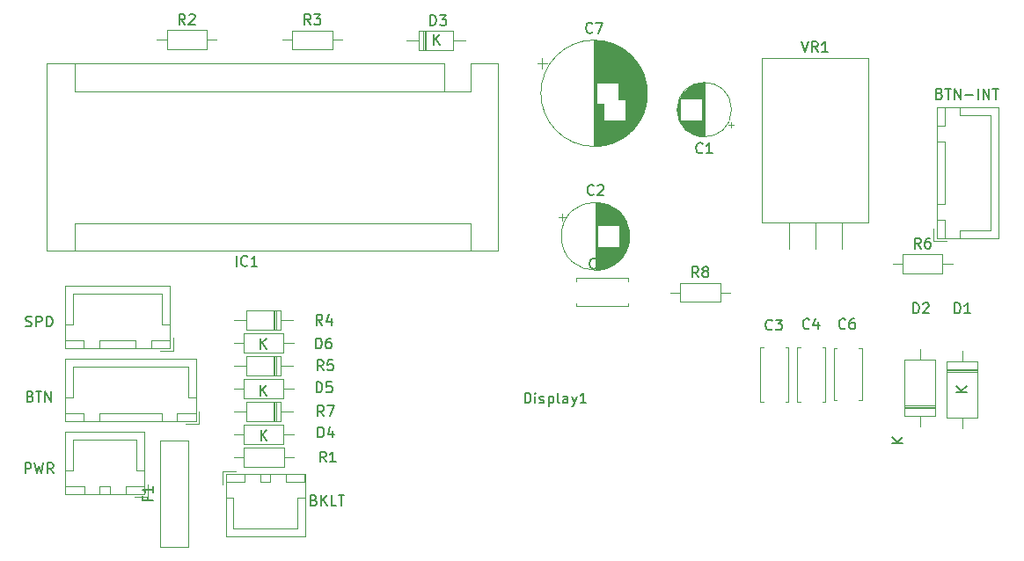
<source format=gbr>
G04 #@! TF.GenerationSoftware,KiCad,Pcbnew,(5.1.6-0-10_14)*
G04 #@! TF.CreationDate,2020-07-17T21:00:32+10:00*
G04 #@! TF.ProjectId,pcb-v2,7063622d-7632-42e6-9b69-6361645f7063,rev?*
G04 #@! TF.SameCoordinates,Original*
G04 #@! TF.FileFunction,Legend,Top*
G04 #@! TF.FilePolarity,Positive*
%FSLAX46Y46*%
G04 Gerber Fmt 4.6, Leading zero omitted, Abs format (unit mm)*
G04 Created by KiCad (PCBNEW (5.1.6-0-10_14)) date 2020-07-17 21:00:32*
%MOMM*%
%LPD*%
G01*
G04 APERTURE LIST*
%ADD10C,0.120000*%
%ADD11C,0.150000*%
G04 APERTURE END LIST*
D10*
X82524400Y-76250800D02*
X81574400Y-76250800D01*
X76784400Y-76250800D02*
X77734400Y-76250800D01*
X81574400Y-75330800D02*
X77734400Y-75330800D01*
X81574400Y-77170800D02*
X81574400Y-75330800D01*
X77734400Y-77170800D02*
X81574400Y-77170800D01*
X77734400Y-75330800D02*
X77734400Y-77170800D01*
X125159400Y-105878000D02*
X125474400Y-105878000D01*
X122734400Y-105878000D02*
X123049400Y-105878000D01*
X125159400Y-111118000D02*
X125474400Y-111118000D01*
X122734400Y-111118000D02*
X123049400Y-111118000D01*
X125474400Y-111118000D02*
X125474400Y-105878000D01*
X122734400Y-111118000D02*
X122734400Y-105878000D01*
X101781954Y-78006600D02*
X101781954Y-79006600D01*
X101281954Y-78506600D02*
X102281954Y-78506600D01*
X111842600Y-80782600D02*
X111842600Y-81980600D01*
X111802600Y-80519600D02*
X111802600Y-82243600D01*
X111762600Y-80319600D02*
X111762600Y-82443600D01*
X111722600Y-80151600D02*
X111722600Y-82611600D01*
X111682600Y-80003600D02*
X111682600Y-82759600D01*
X111642600Y-79871600D02*
X111642600Y-82891600D01*
X111602600Y-79751600D02*
X111602600Y-83011600D01*
X111562600Y-79639600D02*
X111562600Y-83123600D01*
X111522600Y-79535600D02*
X111522600Y-83227600D01*
X111482600Y-79437600D02*
X111482600Y-83325600D01*
X111442600Y-79344600D02*
X111442600Y-83418600D01*
X111402600Y-79256600D02*
X111402600Y-83506600D01*
X111362600Y-79172600D02*
X111362600Y-83590600D01*
X111322600Y-79092600D02*
X111322600Y-83670600D01*
X111282600Y-79016600D02*
X111282600Y-83746600D01*
X111242600Y-78942600D02*
X111242600Y-83820600D01*
X111202600Y-78871600D02*
X111202600Y-83891600D01*
X111162600Y-78802600D02*
X111162600Y-83960600D01*
X111122600Y-78736600D02*
X111122600Y-84026600D01*
X111082600Y-78672600D02*
X111082600Y-84090600D01*
X111042600Y-78611600D02*
X111042600Y-84151600D01*
X111002600Y-78551600D02*
X111002600Y-84211600D01*
X110962600Y-78492600D02*
X110962600Y-84270600D01*
X110922600Y-78436600D02*
X110922600Y-84326600D01*
X110882600Y-78381600D02*
X110882600Y-84381600D01*
X110842600Y-78327600D02*
X110842600Y-84435600D01*
X110802600Y-78275600D02*
X110802600Y-84487600D01*
X110762600Y-78225600D02*
X110762600Y-84537600D01*
X110722600Y-78175600D02*
X110722600Y-84587600D01*
X110682600Y-78127600D02*
X110682600Y-84635600D01*
X110642600Y-78080600D02*
X110642600Y-84682600D01*
X110602600Y-78034600D02*
X110602600Y-84728600D01*
X110562600Y-77989600D02*
X110562600Y-84773600D01*
X110522600Y-77945600D02*
X110522600Y-84817600D01*
X110482600Y-77903600D02*
X110482600Y-84859600D01*
X110442600Y-77861600D02*
X110442600Y-84901600D01*
X110402600Y-77820600D02*
X110402600Y-84942600D01*
X110362600Y-77780600D02*
X110362600Y-84982600D01*
X110322600Y-77741600D02*
X110322600Y-85021600D01*
X110282600Y-77702600D02*
X110282600Y-85060600D01*
X110242600Y-77665600D02*
X110242600Y-85097600D01*
X110202600Y-77628600D02*
X110202600Y-85134600D01*
X110162600Y-77592600D02*
X110162600Y-85170600D01*
X110122600Y-77557600D02*
X110122600Y-85205600D01*
X110082600Y-77523600D02*
X110082600Y-85239600D01*
X110042600Y-77489600D02*
X110042600Y-85273600D01*
X110002600Y-77456600D02*
X110002600Y-85306600D01*
X109962600Y-77424600D02*
X109962600Y-85338600D01*
X109922600Y-77392600D02*
X109922600Y-85370600D01*
X109882600Y-77361600D02*
X109882600Y-85401600D01*
X109842600Y-77331600D02*
X109842600Y-85431600D01*
X109802600Y-77301600D02*
X109802600Y-85461600D01*
X109762600Y-77271600D02*
X109762600Y-85491600D01*
X109722600Y-84021600D02*
X109722600Y-85519600D01*
X109722600Y-77243600D02*
X109722600Y-81941600D01*
X109682600Y-84021600D02*
X109682600Y-85547600D01*
X109682600Y-77215600D02*
X109682600Y-81941600D01*
X109642600Y-84021600D02*
X109642600Y-85575600D01*
X109642600Y-77187600D02*
X109642600Y-81941600D01*
X109602600Y-84021600D02*
X109602600Y-85602600D01*
X109602600Y-77160600D02*
X109602600Y-81941600D01*
X109562600Y-84021600D02*
X109562600Y-85628600D01*
X109562600Y-77134600D02*
X109562600Y-81941600D01*
X109522600Y-84021600D02*
X109522600Y-85654600D01*
X109522600Y-77108600D02*
X109522600Y-81941600D01*
X109482600Y-84021600D02*
X109482600Y-85679600D01*
X109482600Y-77083600D02*
X109482600Y-81941600D01*
X109442600Y-84021600D02*
X109442600Y-85704600D01*
X109442600Y-77058600D02*
X109442600Y-81941600D01*
X109402600Y-84021600D02*
X109402600Y-85728600D01*
X109402600Y-77034600D02*
X109402600Y-81941600D01*
X109362600Y-84021600D02*
X109362600Y-85752600D01*
X109362600Y-77010600D02*
X109362600Y-81941600D01*
X109322600Y-84021600D02*
X109322600Y-85776600D01*
X109322600Y-76986600D02*
X109322600Y-81941600D01*
X109282600Y-84021600D02*
X109282600Y-85798600D01*
X109282600Y-76964600D02*
X109282600Y-81941600D01*
X109242600Y-84021600D02*
X109242600Y-85821600D01*
X109242600Y-76941600D02*
X109242600Y-81941600D01*
X109202600Y-84021600D02*
X109202600Y-85843600D01*
X109202600Y-76919600D02*
X109202600Y-81941600D01*
X109162600Y-84021600D02*
X109162600Y-85864600D01*
X109162600Y-76898600D02*
X109162600Y-81941600D01*
X109122600Y-84021600D02*
X109122600Y-85885600D01*
X109122600Y-76877600D02*
X109122600Y-81941600D01*
X109082600Y-84021600D02*
X109082600Y-85906600D01*
X109082600Y-76856600D02*
X109082600Y-81941600D01*
X109042600Y-84021600D02*
X109042600Y-85926600D01*
X109042600Y-76836600D02*
X109042600Y-80341600D01*
X109002600Y-84021600D02*
X109002600Y-85945600D01*
X109002600Y-76817600D02*
X109002600Y-80341600D01*
X108962600Y-84021600D02*
X108962600Y-85965600D01*
X108962600Y-76797600D02*
X108962600Y-80341600D01*
X108922600Y-84021600D02*
X108922600Y-85984600D01*
X108922600Y-76778600D02*
X108922600Y-80341600D01*
X108882600Y-84021600D02*
X108882600Y-86002600D01*
X108882600Y-76760600D02*
X108882600Y-80341600D01*
X108842600Y-84021600D02*
X108842600Y-86020600D01*
X108842600Y-76742600D02*
X108842600Y-80341600D01*
X108802600Y-84021600D02*
X108802600Y-86038600D01*
X108802600Y-76724600D02*
X108802600Y-80341600D01*
X108762600Y-84021600D02*
X108762600Y-86055600D01*
X108762600Y-76707600D02*
X108762600Y-80341600D01*
X108722600Y-84021600D02*
X108722600Y-86071600D01*
X108722600Y-76691600D02*
X108722600Y-80341600D01*
X108682600Y-84021600D02*
X108682600Y-86088600D01*
X108682600Y-76674600D02*
X108682600Y-80341600D01*
X108642600Y-84021600D02*
X108642600Y-86104600D01*
X108642600Y-76658600D02*
X108642600Y-80341600D01*
X108602600Y-84021600D02*
X108602600Y-86119600D01*
X108602600Y-76643600D02*
X108602600Y-80341600D01*
X108562600Y-84021600D02*
X108562600Y-86135600D01*
X108562600Y-76627600D02*
X108562600Y-80341600D01*
X108522600Y-84021600D02*
X108522600Y-86149600D01*
X108522600Y-76613600D02*
X108522600Y-80341600D01*
X108482600Y-84021600D02*
X108482600Y-86164600D01*
X108482600Y-76598600D02*
X108482600Y-80341600D01*
X108442600Y-84021600D02*
X108442600Y-86178600D01*
X108442600Y-76584600D02*
X108442600Y-80341600D01*
X108402600Y-84021600D02*
X108402600Y-86192600D01*
X108402600Y-76570600D02*
X108402600Y-80341600D01*
X108362600Y-84021600D02*
X108362600Y-86205600D01*
X108362600Y-76557600D02*
X108362600Y-80341600D01*
X108322600Y-84021600D02*
X108322600Y-86218600D01*
X108322600Y-76544600D02*
X108322600Y-80341600D01*
X108282600Y-84021600D02*
X108282600Y-86231600D01*
X108282600Y-76531600D02*
X108282600Y-80341600D01*
X108242600Y-84021600D02*
X108242600Y-86243600D01*
X108242600Y-76519600D02*
X108242600Y-80341600D01*
X108202600Y-84021600D02*
X108202600Y-86255600D01*
X108202600Y-76507600D02*
X108202600Y-80341600D01*
X108162600Y-84021600D02*
X108162600Y-86266600D01*
X108162600Y-76496600D02*
X108162600Y-80341600D01*
X108122600Y-84021600D02*
X108122600Y-86278600D01*
X108122600Y-76484600D02*
X108122600Y-80341600D01*
X108082600Y-84021600D02*
X108082600Y-86288600D01*
X108082600Y-76474600D02*
X108082600Y-80341600D01*
X108042600Y-84021600D02*
X108042600Y-86299600D01*
X108042600Y-76463600D02*
X108042600Y-80341600D01*
X108002600Y-84021600D02*
X108002600Y-86309600D01*
X108002600Y-76453600D02*
X108002600Y-80341600D01*
X107962600Y-84021600D02*
X107962600Y-86319600D01*
X107962600Y-76443600D02*
X107962600Y-80341600D01*
X107922600Y-84021600D02*
X107922600Y-86328600D01*
X107922600Y-76434600D02*
X107922600Y-80341600D01*
X107882600Y-84021600D02*
X107882600Y-86337600D01*
X107882600Y-76425600D02*
X107882600Y-80341600D01*
X107842600Y-84021600D02*
X107842600Y-86346600D01*
X107842600Y-76416600D02*
X107842600Y-80341600D01*
X107802600Y-84021600D02*
X107802600Y-86355600D01*
X107802600Y-76407600D02*
X107802600Y-80341600D01*
X107762600Y-84021600D02*
X107762600Y-86363600D01*
X107762600Y-76399600D02*
X107762600Y-80341600D01*
X107722600Y-84021600D02*
X107722600Y-86371600D01*
X107722600Y-76391600D02*
X107722600Y-80341600D01*
X107682600Y-84021600D02*
X107682600Y-86378600D01*
X107682600Y-76384600D02*
X107682600Y-80341600D01*
X107642600Y-82421600D02*
X107642600Y-86385600D01*
X107642600Y-76377600D02*
X107642600Y-80341600D01*
X107602600Y-82421600D02*
X107602600Y-86392600D01*
X107602600Y-76370600D02*
X107602600Y-80341600D01*
X107562600Y-82421600D02*
X107562600Y-86399600D01*
X107562600Y-76363600D02*
X107562600Y-80341600D01*
X107522600Y-82421600D02*
X107522600Y-86405600D01*
X107522600Y-76357600D02*
X107522600Y-80341600D01*
X107482600Y-82421600D02*
X107482600Y-86411600D01*
X107482600Y-76351600D02*
X107482600Y-80341600D01*
X107441600Y-82421600D02*
X107441600Y-86416600D01*
X107441600Y-76346600D02*
X107441600Y-80341600D01*
X107401600Y-82421600D02*
X107401600Y-86421600D01*
X107401600Y-76341600D02*
X107401600Y-80341600D01*
X107361600Y-82421600D02*
X107361600Y-86426600D01*
X107361600Y-76336600D02*
X107361600Y-80341600D01*
X107321600Y-82421600D02*
X107321600Y-86431600D01*
X107321600Y-76331600D02*
X107321600Y-80341600D01*
X107281600Y-82421600D02*
X107281600Y-86435600D01*
X107281600Y-76327600D02*
X107281600Y-80341600D01*
X107241600Y-82421600D02*
X107241600Y-86439600D01*
X107241600Y-76323600D02*
X107241600Y-80341600D01*
X107201600Y-82421600D02*
X107201600Y-86443600D01*
X107201600Y-76319600D02*
X107201600Y-80341600D01*
X107161600Y-82421600D02*
X107161600Y-86446600D01*
X107161600Y-76316600D02*
X107161600Y-80341600D01*
X107121600Y-82421600D02*
X107121600Y-86449600D01*
X107121600Y-76313600D02*
X107121600Y-80341600D01*
X107081600Y-82421600D02*
X107081600Y-86451600D01*
X107081600Y-76311600D02*
X107081600Y-80341600D01*
X107041600Y-82421600D02*
X107041600Y-86454600D01*
X107041600Y-76308600D02*
X107041600Y-80341600D01*
X107001600Y-82421600D02*
X107001600Y-86456600D01*
X107001600Y-76306600D02*
X107001600Y-80341600D01*
X106961600Y-76304600D02*
X106961600Y-86458600D01*
X106921600Y-76303600D02*
X106921600Y-86459600D01*
X106881600Y-76302600D02*
X106881600Y-86460600D01*
X106841600Y-76301600D02*
X106841600Y-86461600D01*
X106801600Y-76301600D02*
X106801600Y-86461600D01*
X106761600Y-76301600D02*
X106761600Y-86461600D01*
X111881600Y-81381600D02*
G75*
G03*
X111881600Y-81381600I-5120000J0D01*
G01*
X103703359Y-92994400D02*
X103703359Y-93624400D01*
X103388359Y-93309400D02*
X104018359Y-93309400D01*
X110129600Y-94746400D02*
X110129600Y-95550400D01*
X110089600Y-94515400D02*
X110089600Y-95781400D01*
X110049600Y-94346400D02*
X110049600Y-95950400D01*
X110009600Y-94208400D02*
X110009600Y-96088400D01*
X109969600Y-94089400D02*
X109969600Y-96207400D01*
X109929600Y-93983400D02*
X109929600Y-96313400D01*
X109889600Y-93886400D02*
X109889600Y-96410400D01*
X109849600Y-93798400D02*
X109849600Y-96498400D01*
X109809600Y-93716400D02*
X109809600Y-96580400D01*
X109769600Y-93639400D02*
X109769600Y-96657400D01*
X109729600Y-93567400D02*
X109729600Y-96729400D01*
X109689600Y-93498400D02*
X109689600Y-96798400D01*
X109649600Y-93434400D02*
X109649600Y-96862400D01*
X109609600Y-93372400D02*
X109609600Y-96924400D01*
X109569600Y-93314400D02*
X109569600Y-96982400D01*
X109529600Y-93258400D02*
X109529600Y-97038400D01*
X109489600Y-93204400D02*
X109489600Y-97092400D01*
X109449600Y-93153400D02*
X109449600Y-97143400D01*
X109409600Y-93104400D02*
X109409600Y-97192400D01*
X109369600Y-93056400D02*
X109369600Y-97240400D01*
X109329600Y-93011400D02*
X109329600Y-97285400D01*
X109289600Y-92966400D02*
X109289600Y-97330400D01*
X109249600Y-92924400D02*
X109249600Y-97372400D01*
X109209600Y-92883400D02*
X109209600Y-97413400D01*
X109169600Y-96188400D02*
X109169600Y-97453400D01*
X109169600Y-92843400D02*
X109169600Y-94108400D01*
X109129600Y-96188400D02*
X109129600Y-97491400D01*
X109129600Y-92805400D02*
X109129600Y-94108400D01*
X109089600Y-96188400D02*
X109089600Y-97528400D01*
X109089600Y-92768400D02*
X109089600Y-94108400D01*
X109049600Y-96188400D02*
X109049600Y-97564400D01*
X109049600Y-92732400D02*
X109049600Y-94108400D01*
X109009600Y-96188400D02*
X109009600Y-97598400D01*
X109009600Y-92698400D02*
X109009600Y-94108400D01*
X108969600Y-96188400D02*
X108969600Y-97632400D01*
X108969600Y-92664400D02*
X108969600Y-94108400D01*
X108929600Y-96188400D02*
X108929600Y-97664400D01*
X108929600Y-92632400D02*
X108929600Y-94108400D01*
X108889600Y-96188400D02*
X108889600Y-97696400D01*
X108889600Y-92600400D02*
X108889600Y-94108400D01*
X108849600Y-96188400D02*
X108849600Y-97726400D01*
X108849600Y-92570400D02*
X108849600Y-94108400D01*
X108809600Y-96188400D02*
X108809600Y-97755400D01*
X108809600Y-92541400D02*
X108809600Y-94108400D01*
X108769600Y-96188400D02*
X108769600Y-97784400D01*
X108769600Y-92512400D02*
X108769600Y-94108400D01*
X108729600Y-96188400D02*
X108729600Y-97812400D01*
X108729600Y-92484400D02*
X108729600Y-94108400D01*
X108689600Y-96188400D02*
X108689600Y-97838400D01*
X108689600Y-92458400D02*
X108689600Y-94108400D01*
X108649600Y-96188400D02*
X108649600Y-97864400D01*
X108649600Y-92432400D02*
X108649600Y-94108400D01*
X108609600Y-96188400D02*
X108609600Y-97890400D01*
X108609600Y-92406400D02*
X108609600Y-94108400D01*
X108569600Y-96188400D02*
X108569600Y-97914400D01*
X108569600Y-92382400D02*
X108569600Y-94108400D01*
X108529600Y-96188400D02*
X108529600Y-97938400D01*
X108529600Y-92358400D02*
X108529600Y-94108400D01*
X108489600Y-96188400D02*
X108489600Y-97960400D01*
X108489600Y-92336400D02*
X108489600Y-94108400D01*
X108449600Y-96188400D02*
X108449600Y-97982400D01*
X108449600Y-92314400D02*
X108449600Y-94108400D01*
X108409600Y-96188400D02*
X108409600Y-98004400D01*
X108409600Y-92292400D02*
X108409600Y-94108400D01*
X108369600Y-96188400D02*
X108369600Y-98024400D01*
X108369600Y-92272400D02*
X108369600Y-94108400D01*
X108329600Y-96188400D02*
X108329600Y-98044400D01*
X108329600Y-92252400D02*
X108329600Y-94108400D01*
X108289600Y-96188400D02*
X108289600Y-98064400D01*
X108289600Y-92232400D02*
X108289600Y-94108400D01*
X108249600Y-96188400D02*
X108249600Y-98082400D01*
X108249600Y-92214400D02*
X108249600Y-94108400D01*
X108209600Y-96188400D02*
X108209600Y-98100400D01*
X108209600Y-92196400D02*
X108209600Y-94108400D01*
X108169600Y-96188400D02*
X108169600Y-98118400D01*
X108169600Y-92178400D02*
X108169600Y-94108400D01*
X108129600Y-96188400D02*
X108129600Y-98134400D01*
X108129600Y-92162400D02*
X108129600Y-94108400D01*
X108089600Y-96188400D02*
X108089600Y-98150400D01*
X108089600Y-92146400D02*
X108089600Y-94108400D01*
X108049600Y-96188400D02*
X108049600Y-98166400D01*
X108049600Y-92130400D02*
X108049600Y-94108400D01*
X108009600Y-96188400D02*
X108009600Y-98181400D01*
X108009600Y-92115400D02*
X108009600Y-94108400D01*
X107969600Y-96188400D02*
X107969600Y-98195400D01*
X107969600Y-92101400D02*
X107969600Y-94108400D01*
X107929600Y-96188400D02*
X107929600Y-98209400D01*
X107929600Y-92087400D02*
X107929600Y-94108400D01*
X107889600Y-96188400D02*
X107889600Y-98222400D01*
X107889600Y-92074400D02*
X107889600Y-94108400D01*
X107849600Y-96188400D02*
X107849600Y-98234400D01*
X107849600Y-92062400D02*
X107849600Y-94108400D01*
X107809600Y-96188400D02*
X107809600Y-98246400D01*
X107809600Y-92050400D02*
X107809600Y-94108400D01*
X107769600Y-96188400D02*
X107769600Y-98258400D01*
X107769600Y-92038400D02*
X107769600Y-94108400D01*
X107729600Y-96188400D02*
X107729600Y-98269400D01*
X107729600Y-92027400D02*
X107729600Y-94108400D01*
X107689600Y-96188400D02*
X107689600Y-98279400D01*
X107689600Y-92017400D02*
X107689600Y-94108400D01*
X107649600Y-96188400D02*
X107649600Y-98289400D01*
X107649600Y-92007400D02*
X107649600Y-94108400D01*
X107609600Y-96188400D02*
X107609600Y-98298400D01*
X107609600Y-91998400D02*
X107609600Y-94108400D01*
X107568600Y-96188400D02*
X107568600Y-98307400D01*
X107568600Y-91989400D02*
X107568600Y-94108400D01*
X107528600Y-96188400D02*
X107528600Y-98315400D01*
X107528600Y-91981400D02*
X107528600Y-94108400D01*
X107488600Y-96188400D02*
X107488600Y-98323400D01*
X107488600Y-91973400D02*
X107488600Y-94108400D01*
X107448600Y-96188400D02*
X107448600Y-98330400D01*
X107448600Y-91966400D02*
X107448600Y-94108400D01*
X107408600Y-96188400D02*
X107408600Y-98337400D01*
X107408600Y-91959400D02*
X107408600Y-94108400D01*
X107368600Y-96188400D02*
X107368600Y-98343400D01*
X107368600Y-91953400D02*
X107368600Y-94108400D01*
X107328600Y-96188400D02*
X107328600Y-98349400D01*
X107328600Y-91947400D02*
X107328600Y-94108400D01*
X107288600Y-96188400D02*
X107288600Y-98354400D01*
X107288600Y-91942400D02*
X107288600Y-94108400D01*
X107248600Y-96188400D02*
X107248600Y-98359400D01*
X107248600Y-91937400D02*
X107248600Y-94108400D01*
X107208600Y-96188400D02*
X107208600Y-98363400D01*
X107208600Y-91933400D02*
X107208600Y-94108400D01*
X107168600Y-96188400D02*
X107168600Y-98366400D01*
X107168600Y-91930400D02*
X107168600Y-94108400D01*
X107128600Y-96188400D02*
X107128600Y-98370400D01*
X107128600Y-91926400D02*
X107128600Y-94108400D01*
X107088600Y-91924400D02*
X107088600Y-98372400D01*
X107048600Y-91921400D02*
X107048600Y-98375400D01*
X107008600Y-91920400D02*
X107008600Y-98376400D01*
X106968600Y-91918400D02*
X106968600Y-98378400D01*
X106928600Y-91918400D02*
X106928600Y-98378400D01*
X106888600Y-91918400D02*
X106888600Y-98378400D01*
X110158600Y-95148400D02*
G75*
G03*
X110158600Y-95148400I-3270000J0D01*
G01*
X129030400Y-105878000D02*
X129030400Y-111118000D01*
X126290400Y-105878000D02*
X126290400Y-111118000D01*
X129030400Y-105878000D02*
X128715400Y-105878000D01*
X126605400Y-105878000D02*
X126290400Y-105878000D01*
X129030400Y-111118000D02*
X128715400Y-111118000D01*
X126605400Y-111118000D02*
X126290400Y-111118000D01*
X109999000Y-101588200D02*
X109999000Y-101903200D01*
X109999000Y-99163200D02*
X109999000Y-99478200D01*
X105059000Y-101588200D02*
X105059000Y-101903200D01*
X105059000Y-99163200D02*
X105059000Y-99478200D01*
X105059000Y-101903200D02*
X109999000Y-101903200D01*
X105059000Y-99163200D02*
X109999000Y-99163200D01*
X132561000Y-105948000D02*
X132561000Y-110888000D01*
X129821000Y-105948000D02*
X129821000Y-110888000D01*
X132561000Y-105948000D02*
X132246000Y-105948000D01*
X130136000Y-105948000D02*
X129821000Y-105948000D01*
X132561000Y-110888000D02*
X132246000Y-110888000D01*
X130136000Y-110888000D02*
X129821000Y-110888000D01*
X143659200Y-107965800D02*
X140719200Y-107965800D01*
X143659200Y-108205800D02*
X140719200Y-108205800D01*
X143659200Y-108085800D02*
X140719200Y-108085800D01*
X142189200Y-113645800D02*
X142189200Y-112625800D01*
X142189200Y-106165800D02*
X142189200Y-107185800D01*
X143659200Y-112625800D02*
X143659200Y-107185800D01*
X140719200Y-112625800D02*
X143659200Y-112625800D01*
X140719200Y-107185800D02*
X140719200Y-112625800D01*
X143659200Y-107185800D02*
X140719200Y-107185800D01*
X136655200Y-112473400D02*
X139595200Y-112473400D01*
X139595200Y-112473400D02*
X139595200Y-107033400D01*
X139595200Y-107033400D02*
X136655200Y-107033400D01*
X136655200Y-107033400D02*
X136655200Y-112473400D01*
X138125200Y-113493400D02*
X138125200Y-112473400D01*
X138125200Y-106013400D02*
X138125200Y-107033400D01*
X136655200Y-111573400D02*
X139595200Y-111573400D01*
X136655200Y-111453400D02*
X139595200Y-111453400D01*
X136655200Y-111693400D02*
X139595200Y-111693400D01*
X90332200Y-75381600D02*
X90332200Y-77221600D01*
X90572200Y-75381600D02*
X90572200Y-77221600D01*
X90452200Y-75381600D02*
X90452200Y-77221600D01*
X94336200Y-76301600D02*
X93156200Y-76301600D01*
X88696200Y-76301600D02*
X89876200Y-76301600D01*
X93156200Y-75381600D02*
X89876200Y-75381600D01*
X93156200Y-77221600D02*
X93156200Y-75381600D01*
X89876200Y-77221600D02*
X93156200Y-77221600D01*
X89876200Y-75381600D02*
X89876200Y-77221600D01*
X76590000Y-112968400D02*
X76590000Y-111128400D01*
X76590000Y-111128400D02*
X73310000Y-111128400D01*
X73310000Y-111128400D02*
X73310000Y-112968400D01*
X73310000Y-112968400D02*
X76590000Y-112968400D01*
X77770000Y-112048400D02*
X76590000Y-112048400D01*
X72130000Y-112048400D02*
X73310000Y-112048400D01*
X76014000Y-112968400D02*
X76014000Y-111128400D01*
X75894000Y-112968400D02*
X75894000Y-111128400D01*
X76134000Y-112968400D02*
X76134000Y-111128400D01*
X76134000Y-108568400D02*
X76134000Y-106728400D01*
X75894000Y-108568400D02*
X75894000Y-106728400D01*
X76014000Y-108568400D02*
X76014000Y-106728400D01*
X72130000Y-107648400D02*
X73310000Y-107648400D01*
X77770000Y-107648400D02*
X76590000Y-107648400D01*
X73310000Y-108568400D02*
X76590000Y-108568400D01*
X73310000Y-106728400D02*
X73310000Y-108568400D01*
X76590000Y-106728400D02*
X73310000Y-106728400D01*
X76590000Y-108568400D02*
X76590000Y-106728400D01*
X76590000Y-104168400D02*
X76590000Y-102328400D01*
X76590000Y-102328400D02*
X73310000Y-102328400D01*
X73310000Y-102328400D02*
X73310000Y-104168400D01*
X73310000Y-104168400D02*
X76590000Y-104168400D01*
X77770000Y-103248400D02*
X76590000Y-103248400D01*
X72130000Y-103248400D02*
X73310000Y-103248400D01*
X76014000Y-104168400D02*
X76014000Y-102328400D01*
X75894000Y-104168400D02*
X75894000Y-102328400D01*
X76134000Y-104168400D02*
X76134000Y-102328400D01*
X63494600Y-119985800D02*
X63494600Y-114015800D01*
X63494600Y-114015800D02*
X55874600Y-114015800D01*
X55874600Y-114015800D02*
X55874600Y-119985800D01*
X55874600Y-119985800D02*
X63494600Y-119985800D01*
X60184600Y-119975800D02*
X60184600Y-119225800D01*
X60184600Y-119225800D02*
X59184600Y-119225800D01*
X59184600Y-119225800D02*
X59184600Y-119975800D01*
X59184600Y-119975800D02*
X60184600Y-119975800D01*
X63484600Y-119975800D02*
X63484600Y-119225800D01*
X63484600Y-119225800D02*
X61684600Y-119225800D01*
X61684600Y-119225800D02*
X61684600Y-119975800D01*
X61684600Y-119975800D02*
X63484600Y-119975800D01*
X57684600Y-119975800D02*
X57684600Y-119225800D01*
X57684600Y-119225800D02*
X55884600Y-119225800D01*
X55884600Y-119225800D02*
X55884600Y-119975800D01*
X55884600Y-119975800D02*
X57684600Y-119975800D01*
X63484600Y-117725800D02*
X62734600Y-117725800D01*
X62734600Y-117725800D02*
X62734600Y-114775800D01*
X62734600Y-114775800D02*
X59684600Y-114775800D01*
X55884600Y-117725800D02*
X56634600Y-117725800D01*
X56634600Y-117725800D02*
X56634600Y-114775800D01*
X56634600Y-114775800D02*
X59684600Y-114775800D01*
X62534600Y-120275800D02*
X63784600Y-120275800D01*
X63784600Y-120275800D02*
X63784600Y-119025800D01*
X64974800Y-114833400D02*
X67714800Y-114833400D01*
X64974800Y-125073400D02*
X67714800Y-125073400D01*
X67714800Y-125073400D02*
X67714800Y-114833400D01*
X64974800Y-125073400D02*
X64974800Y-114833400D01*
X97524400Y-96540000D02*
X97524400Y-78500000D01*
X54084400Y-96540000D02*
X97524400Y-96540000D01*
X54084400Y-78500000D02*
X54084400Y-96540000D01*
X56754400Y-81170000D02*
X56754400Y-78500000D01*
X92314400Y-81170000D02*
X56754400Y-81170000D01*
X92314400Y-81170000D02*
X92314400Y-78500000D01*
X56754400Y-93870000D02*
X56754400Y-96540000D01*
X94854400Y-93870000D02*
X56754400Y-93870000D01*
X94854400Y-93870000D02*
X94854400Y-96540000D01*
X97524400Y-78500000D02*
X94854400Y-78500000D01*
X92314400Y-78500000D02*
X54084400Y-78500000D01*
X94854400Y-81170000D02*
X94854400Y-78500000D01*
X92314400Y-81170000D02*
X94854400Y-81170000D01*
X76900800Y-117379000D02*
X76900800Y-115539000D01*
X76900800Y-115539000D02*
X73060800Y-115539000D01*
X73060800Y-115539000D02*
X73060800Y-117379000D01*
X73060800Y-117379000D02*
X76900800Y-117379000D01*
X77850800Y-116459000D02*
X76900800Y-116459000D01*
X72110800Y-116459000D02*
X73060800Y-116459000D01*
X70434000Y-76225400D02*
X69484000Y-76225400D01*
X64694000Y-76225400D02*
X65644000Y-76225400D01*
X69484000Y-75305400D02*
X65644000Y-75305400D01*
X69484000Y-77145400D02*
X69484000Y-75305400D01*
X65644000Y-77145400D02*
X69484000Y-77145400D01*
X65644000Y-75305400D02*
X65644000Y-77145400D01*
X73050000Y-104528400D02*
X73050000Y-106368400D01*
X73050000Y-106368400D02*
X76890000Y-106368400D01*
X76890000Y-106368400D02*
X76890000Y-104528400D01*
X76890000Y-104528400D02*
X73050000Y-104528400D01*
X72100000Y-105448400D02*
X73050000Y-105448400D01*
X77840000Y-105448400D02*
X76890000Y-105448400D01*
X77840000Y-109848400D02*
X76890000Y-109848400D01*
X72100000Y-109848400D02*
X73050000Y-109848400D01*
X76890000Y-108928400D02*
X73050000Y-108928400D01*
X76890000Y-110768400D02*
X76890000Y-108928400D01*
X73050000Y-110768400D02*
X76890000Y-110768400D01*
X73050000Y-108928400D02*
X73050000Y-110768400D01*
X136459200Y-96870000D02*
X136459200Y-98710000D01*
X136459200Y-98710000D02*
X140299200Y-98710000D01*
X140299200Y-98710000D02*
X140299200Y-96870000D01*
X140299200Y-96870000D02*
X136459200Y-96870000D01*
X135509200Y-97790000D02*
X136459200Y-97790000D01*
X141249200Y-97790000D02*
X140299200Y-97790000D01*
X73050000Y-113328400D02*
X73050000Y-115168400D01*
X73050000Y-115168400D02*
X76890000Y-115168400D01*
X76890000Y-115168400D02*
X76890000Y-113328400D01*
X76890000Y-113328400D02*
X73050000Y-113328400D01*
X72100000Y-114248400D02*
X73050000Y-114248400D01*
X77840000Y-114248400D02*
X76890000Y-114248400D01*
X119837000Y-100558600D02*
X118887000Y-100558600D01*
X114097000Y-100558600D02*
X115047000Y-100558600D01*
X118887000Y-99638600D02*
X115047000Y-99638600D01*
X118887000Y-101478600D02*
X118887000Y-99638600D01*
X115047000Y-101478600D02*
X118887000Y-101478600D01*
X115047000Y-99638600D02*
X115047000Y-101478600D01*
X122921400Y-93846000D02*
X133161400Y-93846000D01*
X122921400Y-77956000D02*
X133161400Y-77956000D01*
X122921400Y-77956000D02*
X122921400Y-93846000D01*
X133161400Y-77956000D02*
X133161400Y-93846000D01*
X125501400Y-93846000D02*
X125501400Y-96386000D01*
X128041400Y-93846000D02*
X128041400Y-96386000D01*
X130581400Y-93846000D02*
X130581400Y-96386000D01*
X66248400Y-106204200D02*
X66248400Y-104954200D01*
X64998400Y-106204200D02*
X66248400Y-106204200D01*
X56598400Y-100704200D02*
X60898400Y-100704200D01*
X56598400Y-103654200D02*
X56598400Y-100704200D01*
X55848400Y-103654200D02*
X56598400Y-103654200D01*
X65198400Y-100704200D02*
X60898400Y-100704200D01*
X65198400Y-103654200D02*
X65198400Y-100704200D01*
X65948400Y-103654200D02*
X65198400Y-103654200D01*
X55848400Y-105904200D02*
X57648400Y-105904200D01*
X55848400Y-105154200D02*
X55848400Y-105904200D01*
X57648400Y-105154200D02*
X55848400Y-105154200D01*
X57648400Y-105904200D02*
X57648400Y-105154200D01*
X64148400Y-105904200D02*
X65948400Y-105904200D01*
X64148400Y-105154200D02*
X64148400Y-105904200D01*
X65948400Y-105154200D02*
X64148400Y-105154200D01*
X65948400Y-105904200D02*
X65948400Y-105154200D01*
X59148400Y-105904200D02*
X62648400Y-105904200D01*
X59148400Y-105154200D02*
X59148400Y-105904200D01*
X62648400Y-105154200D02*
X59148400Y-105154200D01*
X62648400Y-105904200D02*
X62648400Y-105154200D01*
X55838400Y-105914200D02*
X65958400Y-105914200D01*
X55838400Y-99944200D02*
X55838400Y-105914200D01*
X65958400Y-99944200D02*
X55838400Y-99944200D01*
X65958400Y-105914200D02*
X65958400Y-99944200D01*
X68737600Y-113240000D02*
X68737600Y-111990000D01*
X67487600Y-113240000D02*
X68737600Y-113240000D01*
X56587600Y-107740000D02*
X62137600Y-107740000D01*
X56587600Y-110690000D02*
X56587600Y-107740000D01*
X55837600Y-110690000D02*
X56587600Y-110690000D01*
X67687600Y-107740000D02*
X62137600Y-107740000D01*
X67687600Y-110690000D02*
X67687600Y-107740000D01*
X68437600Y-110690000D02*
X67687600Y-110690000D01*
X55837600Y-112940000D02*
X57637600Y-112940000D01*
X55837600Y-112190000D02*
X55837600Y-112940000D01*
X57637600Y-112190000D02*
X55837600Y-112190000D01*
X57637600Y-112940000D02*
X57637600Y-112190000D01*
X66637600Y-112940000D02*
X68437600Y-112940000D01*
X66637600Y-112190000D02*
X66637600Y-112940000D01*
X68437600Y-112190000D02*
X66637600Y-112190000D01*
X68437600Y-112940000D02*
X68437600Y-112190000D01*
X59137600Y-112940000D02*
X65137600Y-112940000D01*
X59137600Y-112190000D02*
X59137600Y-112940000D01*
X65137600Y-112190000D02*
X59137600Y-112190000D01*
X65137600Y-112940000D02*
X65137600Y-112190000D01*
X55827600Y-112950000D02*
X68447600Y-112950000D01*
X55827600Y-106980000D02*
X55827600Y-112950000D01*
X68447600Y-106980000D02*
X55827600Y-106980000D01*
X68447600Y-112950000D02*
X68447600Y-106980000D01*
X139729200Y-95346200D02*
X145699200Y-95346200D01*
X145699200Y-95346200D02*
X145699200Y-82726200D01*
X145699200Y-82726200D02*
X139729200Y-82726200D01*
X139729200Y-82726200D02*
X139729200Y-95346200D01*
X139739200Y-92036200D02*
X140489200Y-92036200D01*
X140489200Y-92036200D02*
X140489200Y-86036200D01*
X140489200Y-86036200D02*
X139739200Y-86036200D01*
X139739200Y-86036200D02*
X139739200Y-92036200D01*
X139739200Y-95336200D02*
X140489200Y-95336200D01*
X140489200Y-95336200D02*
X140489200Y-93536200D01*
X140489200Y-93536200D02*
X139739200Y-93536200D01*
X139739200Y-93536200D02*
X139739200Y-95336200D01*
X139739200Y-84536200D02*
X140489200Y-84536200D01*
X140489200Y-84536200D02*
X140489200Y-82736200D01*
X140489200Y-82736200D02*
X139739200Y-82736200D01*
X139739200Y-82736200D02*
X139739200Y-84536200D01*
X141989200Y-95336200D02*
X141989200Y-94586200D01*
X141989200Y-94586200D02*
X144939200Y-94586200D01*
X144939200Y-94586200D02*
X144939200Y-89036200D01*
X141989200Y-82736200D02*
X141989200Y-83486200D01*
X141989200Y-83486200D02*
X144939200Y-83486200D01*
X144939200Y-83486200D02*
X144939200Y-89036200D01*
X139439200Y-94386200D02*
X139439200Y-95636200D01*
X139439200Y-95636200D02*
X140689200Y-95636200D01*
X119922775Y-84681400D02*
X119922775Y-84181400D01*
X120172775Y-84431400D02*
X119672775Y-84431400D01*
X114767000Y-83240400D02*
X114767000Y-82672400D01*
X114807000Y-83474400D02*
X114807000Y-82438400D01*
X114847000Y-83633400D02*
X114847000Y-82279400D01*
X114887000Y-83761400D02*
X114887000Y-82151400D01*
X114927000Y-83871400D02*
X114927000Y-82041400D01*
X114967000Y-83967400D02*
X114967000Y-81945400D01*
X115007000Y-84054400D02*
X115007000Y-81858400D01*
X115047000Y-84134400D02*
X115047000Y-81778400D01*
X115087000Y-81916400D02*
X115087000Y-81705400D01*
X115087000Y-84207400D02*
X115087000Y-83996400D01*
X115127000Y-81916400D02*
X115127000Y-81637400D01*
X115127000Y-84275400D02*
X115127000Y-83996400D01*
X115167000Y-81916400D02*
X115167000Y-81573400D01*
X115167000Y-84339400D02*
X115167000Y-83996400D01*
X115207000Y-81916400D02*
X115207000Y-81513400D01*
X115207000Y-84399400D02*
X115207000Y-83996400D01*
X115247000Y-81916400D02*
X115247000Y-81456400D01*
X115247000Y-84456400D02*
X115247000Y-83996400D01*
X115287000Y-81916400D02*
X115287000Y-81402400D01*
X115287000Y-84510400D02*
X115287000Y-83996400D01*
X115327000Y-81916400D02*
X115327000Y-81351400D01*
X115327000Y-84561400D02*
X115327000Y-83996400D01*
X115367000Y-81916400D02*
X115367000Y-81303400D01*
X115367000Y-84609400D02*
X115367000Y-83996400D01*
X115407000Y-81916400D02*
X115407000Y-81257400D01*
X115407000Y-84655400D02*
X115407000Y-83996400D01*
X115447000Y-81916400D02*
X115447000Y-81213400D01*
X115447000Y-84699400D02*
X115447000Y-83996400D01*
X115487000Y-81916400D02*
X115487000Y-81171400D01*
X115487000Y-84741400D02*
X115487000Y-83996400D01*
X115527000Y-81916400D02*
X115527000Y-81130400D01*
X115527000Y-84782400D02*
X115527000Y-83996400D01*
X115567000Y-81916400D02*
X115567000Y-81092400D01*
X115567000Y-84820400D02*
X115567000Y-83996400D01*
X115607000Y-81916400D02*
X115607000Y-81055400D01*
X115607000Y-84857400D02*
X115607000Y-83996400D01*
X115647000Y-81916400D02*
X115647000Y-81019400D01*
X115647000Y-84893400D02*
X115647000Y-83996400D01*
X115687000Y-81916400D02*
X115687000Y-80985400D01*
X115687000Y-84927400D02*
X115687000Y-83996400D01*
X115727000Y-81916400D02*
X115727000Y-80952400D01*
X115727000Y-84960400D02*
X115727000Y-83996400D01*
X115767000Y-81916400D02*
X115767000Y-80921400D01*
X115767000Y-84991400D02*
X115767000Y-83996400D01*
X115807000Y-81916400D02*
X115807000Y-80891400D01*
X115807000Y-85021400D02*
X115807000Y-83996400D01*
X115847000Y-81916400D02*
X115847000Y-80861400D01*
X115847000Y-85051400D02*
X115847000Y-83996400D01*
X115887000Y-81916400D02*
X115887000Y-80834400D01*
X115887000Y-85078400D02*
X115887000Y-83996400D01*
X115927000Y-81916400D02*
X115927000Y-80807400D01*
X115927000Y-85105400D02*
X115927000Y-83996400D01*
X115967000Y-81916400D02*
X115967000Y-80781400D01*
X115967000Y-85131400D02*
X115967000Y-83996400D01*
X116007000Y-81916400D02*
X116007000Y-80756400D01*
X116007000Y-85156400D02*
X116007000Y-83996400D01*
X116047000Y-81916400D02*
X116047000Y-80732400D01*
X116047000Y-85180400D02*
X116047000Y-83996400D01*
X116087000Y-81916400D02*
X116087000Y-80709400D01*
X116087000Y-85203400D02*
X116087000Y-83996400D01*
X116127000Y-81916400D02*
X116127000Y-80688400D01*
X116127000Y-85224400D02*
X116127000Y-83996400D01*
X116167000Y-81916400D02*
X116167000Y-80666400D01*
X116167000Y-85246400D02*
X116167000Y-83996400D01*
X116207000Y-81916400D02*
X116207000Y-80646400D01*
X116207000Y-85266400D02*
X116207000Y-83996400D01*
X116247000Y-81916400D02*
X116247000Y-80627400D01*
X116247000Y-85285400D02*
X116247000Y-83996400D01*
X116287000Y-81916400D02*
X116287000Y-80608400D01*
X116287000Y-85304400D02*
X116287000Y-83996400D01*
X116327000Y-81916400D02*
X116327000Y-80591400D01*
X116327000Y-85321400D02*
X116327000Y-83996400D01*
X116367000Y-81916400D02*
X116367000Y-80574400D01*
X116367000Y-85338400D02*
X116367000Y-83996400D01*
X116407000Y-81916400D02*
X116407000Y-80558400D01*
X116407000Y-85354400D02*
X116407000Y-83996400D01*
X116447000Y-81916400D02*
X116447000Y-80542400D01*
X116447000Y-85370400D02*
X116447000Y-83996400D01*
X116487000Y-81916400D02*
X116487000Y-80528400D01*
X116487000Y-85384400D02*
X116487000Y-83996400D01*
X116527000Y-81916400D02*
X116527000Y-80514400D01*
X116527000Y-85398400D02*
X116527000Y-83996400D01*
X116567000Y-81916400D02*
X116567000Y-80501400D01*
X116567000Y-85411400D02*
X116567000Y-83996400D01*
X116607000Y-81916400D02*
X116607000Y-80488400D01*
X116607000Y-85424400D02*
X116607000Y-83996400D01*
X116647000Y-81916400D02*
X116647000Y-80476400D01*
X116647000Y-85436400D02*
X116647000Y-83996400D01*
X116688000Y-81916400D02*
X116688000Y-80465400D01*
X116688000Y-85447400D02*
X116688000Y-83996400D01*
X116728000Y-81916400D02*
X116728000Y-80455400D01*
X116728000Y-85457400D02*
X116728000Y-83996400D01*
X116768000Y-81916400D02*
X116768000Y-80445400D01*
X116768000Y-85467400D02*
X116768000Y-83996400D01*
X116808000Y-81916400D02*
X116808000Y-80436400D01*
X116808000Y-85476400D02*
X116808000Y-83996400D01*
X116848000Y-81916400D02*
X116848000Y-80428400D01*
X116848000Y-85484400D02*
X116848000Y-83996400D01*
X116888000Y-81916400D02*
X116888000Y-80420400D01*
X116888000Y-85492400D02*
X116888000Y-83996400D01*
X116928000Y-81916400D02*
X116928000Y-80413400D01*
X116928000Y-85499400D02*
X116928000Y-83996400D01*
X116968000Y-81916400D02*
X116968000Y-80406400D01*
X116968000Y-85506400D02*
X116968000Y-83996400D01*
X117008000Y-81916400D02*
X117008000Y-80400400D01*
X117008000Y-85512400D02*
X117008000Y-83996400D01*
X117048000Y-81916400D02*
X117048000Y-80395400D01*
X117048000Y-85517400D02*
X117048000Y-83996400D01*
X117088000Y-81916400D02*
X117088000Y-80391400D01*
X117088000Y-85521400D02*
X117088000Y-83996400D01*
X117128000Y-81916400D02*
X117128000Y-80387400D01*
X117128000Y-85525400D02*
X117128000Y-83996400D01*
X117168000Y-85529400D02*
X117168000Y-80383400D01*
X117208000Y-85532400D02*
X117208000Y-80380400D01*
X117248000Y-85534400D02*
X117248000Y-80378400D01*
X117288000Y-85535400D02*
X117288000Y-80377400D01*
X117328000Y-85536400D02*
X117328000Y-80376400D01*
X117368000Y-85536400D02*
X117368000Y-80376400D01*
X119988000Y-82956400D02*
G75*
G03*
X119988000Y-82956400I-2620000J0D01*
G01*
X71013200Y-117773000D02*
X71013200Y-119023000D01*
X72263200Y-117773000D02*
X71013200Y-117773000D01*
X78163200Y-123273000D02*
X75113200Y-123273000D01*
X78163200Y-120323000D02*
X78163200Y-123273000D01*
X78913200Y-120323000D02*
X78163200Y-120323000D01*
X72063200Y-123273000D02*
X75113200Y-123273000D01*
X72063200Y-120323000D02*
X72063200Y-123273000D01*
X71313200Y-120323000D02*
X72063200Y-120323000D01*
X78913200Y-118073000D02*
X77113200Y-118073000D01*
X78913200Y-118823000D02*
X78913200Y-118073000D01*
X77113200Y-118823000D02*
X78913200Y-118823000D01*
X77113200Y-118073000D02*
X77113200Y-118823000D01*
X73113200Y-118073000D02*
X71313200Y-118073000D01*
X73113200Y-118823000D02*
X73113200Y-118073000D01*
X71313200Y-118823000D02*
X73113200Y-118823000D01*
X71313200Y-118073000D02*
X71313200Y-118823000D01*
X75613200Y-118073000D02*
X74613200Y-118073000D01*
X75613200Y-118823000D02*
X75613200Y-118073000D01*
X74613200Y-118823000D02*
X75613200Y-118823000D01*
X74613200Y-118073000D02*
X74613200Y-118823000D01*
X78923200Y-118063000D02*
X71303200Y-118063000D01*
X78923200Y-124033000D02*
X78923200Y-118063000D01*
X71303200Y-124033000D02*
X78923200Y-124033000D01*
X71303200Y-118063000D02*
X71303200Y-124033000D01*
D11*
X100093828Y-111221780D02*
X100093828Y-110221780D01*
X100331923Y-110221780D01*
X100474780Y-110269400D01*
X100570019Y-110364638D01*
X100617638Y-110459876D01*
X100665257Y-110650352D01*
X100665257Y-110793209D01*
X100617638Y-110983685D01*
X100570019Y-111078923D01*
X100474780Y-111174161D01*
X100331923Y-111221780D01*
X100093828Y-111221780D01*
X101093828Y-111221780D02*
X101093828Y-110555114D01*
X101093828Y-110221780D02*
X101046209Y-110269400D01*
X101093828Y-110317019D01*
X101141447Y-110269400D01*
X101093828Y-110221780D01*
X101093828Y-110317019D01*
X101522400Y-111174161D02*
X101617638Y-111221780D01*
X101808114Y-111221780D01*
X101903352Y-111174161D01*
X101950971Y-111078923D01*
X101950971Y-111031304D01*
X101903352Y-110936066D01*
X101808114Y-110888447D01*
X101665257Y-110888447D01*
X101570019Y-110840828D01*
X101522400Y-110745590D01*
X101522400Y-110697971D01*
X101570019Y-110602733D01*
X101665257Y-110555114D01*
X101808114Y-110555114D01*
X101903352Y-110602733D01*
X102379542Y-110555114D02*
X102379542Y-111555114D01*
X102379542Y-110602733D02*
X102474780Y-110555114D01*
X102665257Y-110555114D01*
X102760495Y-110602733D01*
X102808114Y-110650352D01*
X102855733Y-110745590D01*
X102855733Y-111031304D01*
X102808114Y-111126542D01*
X102760495Y-111174161D01*
X102665257Y-111221780D01*
X102474780Y-111221780D01*
X102379542Y-111174161D01*
X103427161Y-111221780D02*
X103331923Y-111174161D01*
X103284304Y-111078923D01*
X103284304Y-110221780D01*
X104236685Y-111221780D02*
X104236685Y-110697971D01*
X104189066Y-110602733D01*
X104093828Y-110555114D01*
X103903352Y-110555114D01*
X103808114Y-110602733D01*
X104236685Y-111174161D02*
X104141447Y-111221780D01*
X103903352Y-111221780D01*
X103808114Y-111174161D01*
X103760495Y-111078923D01*
X103760495Y-110983685D01*
X103808114Y-110888447D01*
X103903352Y-110840828D01*
X104141447Y-110840828D01*
X104236685Y-110793209D01*
X104617638Y-110555114D02*
X104855733Y-111221780D01*
X105093828Y-110555114D02*
X104855733Y-111221780D01*
X104760495Y-111459876D01*
X104712876Y-111507495D01*
X104617638Y-111555114D01*
X105998590Y-111221780D02*
X105427161Y-111221780D01*
X105712876Y-111221780D02*
X105712876Y-110221780D01*
X105617638Y-110364638D01*
X105522400Y-110459876D01*
X105427161Y-110507495D01*
X79487733Y-74783180D02*
X79154400Y-74306990D01*
X78916304Y-74783180D02*
X78916304Y-73783180D01*
X79297257Y-73783180D01*
X79392495Y-73830800D01*
X79440114Y-73878419D01*
X79487733Y-73973657D01*
X79487733Y-74116514D01*
X79440114Y-74211752D01*
X79392495Y-74259371D01*
X79297257Y-74306990D01*
X78916304Y-74306990D01*
X79821066Y-73783180D02*
X80440114Y-73783180D01*
X80106780Y-74164133D01*
X80249638Y-74164133D01*
X80344876Y-74211752D01*
X80392495Y-74259371D01*
X80440114Y-74354609D01*
X80440114Y-74592704D01*
X80392495Y-74687942D01*
X80344876Y-74735561D01*
X80249638Y-74783180D01*
X79963923Y-74783180D01*
X79868685Y-74735561D01*
X79821066Y-74687942D01*
X123886933Y-104090742D02*
X123839314Y-104138361D01*
X123696457Y-104185980D01*
X123601219Y-104185980D01*
X123458361Y-104138361D01*
X123363123Y-104043123D01*
X123315504Y-103947885D01*
X123267885Y-103757409D01*
X123267885Y-103614552D01*
X123315504Y-103424076D01*
X123363123Y-103328838D01*
X123458361Y-103233600D01*
X123601219Y-103185980D01*
X123696457Y-103185980D01*
X123839314Y-103233600D01*
X123886933Y-103281219D01*
X124220266Y-103185980D02*
X124839314Y-103185980D01*
X124505980Y-103566933D01*
X124648838Y-103566933D01*
X124744076Y-103614552D01*
X124791695Y-103662171D01*
X124839314Y-103757409D01*
X124839314Y-103995504D01*
X124791695Y-104090742D01*
X124744076Y-104138361D01*
X124648838Y-104185980D01*
X124363123Y-104185980D01*
X124267885Y-104138361D01*
X124220266Y-104090742D01*
X106594933Y-75488742D02*
X106547314Y-75536361D01*
X106404457Y-75583980D01*
X106309219Y-75583980D01*
X106166361Y-75536361D01*
X106071123Y-75441123D01*
X106023504Y-75345885D01*
X105975885Y-75155409D01*
X105975885Y-75012552D01*
X106023504Y-74822076D01*
X106071123Y-74726838D01*
X106166361Y-74631600D01*
X106309219Y-74583980D01*
X106404457Y-74583980D01*
X106547314Y-74631600D01*
X106594933Y-74679219D01*
X106928266Y-74583980D02*
X107594933Y-74583980D01*
X107166361Y-75583980D01*
X106721933Y-91105542D02*
X106674314Y-91153161D01*
X106531457Y-91200780D01*
X106436219Y-91200780D01*
X106293361Y-91153161D01*
X106198123Y-91057923D01*
X106150504Y-90962685D01*
X106102885Y-90772209D01*
X106102885Y-90629352D01*
X106150504Y-90438876D01*
X106198123Y-90343638D01*
X106293361Y-90248400D01*
X106436219Y-90200780D01*
X106531457Y-90200780D01*
X106674314Y-90248400D01*
X106721933Y-90296019D01*
X107102885Y-90296019D02*
X107150504Y-90248400D01*
X107245742Y-90200780D01*
X107483838Y-90200780D01*
X107579076Y-90248400D01*
X107626695Y-90296019D01*
X107674314Y-90391257D01*
X107674314Y-90486495D01*
X107626695Y-90629352D01*
X107055266Y-91200780D01*
X107674314Y-91200780D01*
X127468333Y-103989142D02*
X127420714Y-104036761D01*
X127277857Y-104084380D01*
X127182619Y-104084380D01*
X127039761Y-104036761D01*
X126944523Y-103941523D01*
X126896904Y-103846285D01*
X126849285Y-103655809D01*
X126849285Y-103512952D01*
X126896904Y-103322476D01*
X126944523Y-103227238D01*
X127039761Y-103132000D01*
X127182619Y-103084380D01*
X127277857Y-103084380D01*
X127420714Y-103132000D01*
X127468333Y-103179619D01*
X128325476Y-103417714D02*
X128325476Y-104084380D01*
X128087380Y-103036761D02*
X127849285Y-103751047D01*
X128468333Y-103751047D01*
X106962333Y-98190342D02*
X106914714Y-98237961D01*
X106771857Y-98285580D01*
X106676619Y-98285580D01*
X106533761Y-98237961D01*
X106438523Y-98142723D01*
X106390904Y-98047485D01*
X106343285Y-97857009D01*
X106343285Y-97714152D01*
X106390904Y-97523676D01*
X106438523Y-97428438D01*
X106533761Y-97333200D01*
X106676619Y-97285580D01*
X106771857Y-97285580D01*
X106914714Y-97333200D01*
X106962333Y-97380819D01*
X107867095Y-97285580D02*
X107390904Y-97285580D01*
X107343285Y-97761771D01*
X107390904Y-97714152D01*
X107486142Y-97666533D01*
X107724238Y-97666533D01*
X107819476Y-97714152D01*
X107867095Y-97761771D01*
X107914714Y-97857009D01*
X107914714Y-98095104D01*
X107867095Y-98190342D01*
X107819476Y-98237961D01*
X107724238Y-98285580D01*
X107486142Y-98285580D01*
X107390904Y-98237961D01*
X107343285Y-98190342D01*
X130948133Y-103989142D02*
X130900514Y-104036761D01*
X130757657Y-104084380D01*
X130662419Y-104084380D01*
X130519561Y-104036761D01*
X130424323Y-103941523D01*
X130376704Y-103846285D01*
X130329085Y-103655809D01*
X130329085Y-103512952D01*
X130376704Y-103322476D01*
X130424323Y-103227238D01*
X130519561Y-103132000D01*
X130662419Y-103084380D01*
X130757657Y-103084380D01*
X130900514Y-103132000D01*
X130948133Y-103179619D01*
X131805276Y-103084380D02*
X131614800Y-103084380D01*
X131519561Y-103132000D01*
X131471942Y-103179619D01*
X131376704Y-103322476D01*
X131329085Y-103512952D01*
X131329085Y-103893904D01*
X131376704Y-103989142D01*
X131424323Y-104036761D01*
X131519561Y-104084380D01*
X131710038Y-104084380D01*
X131805276Y-104036761D01*
X131852895Y-103989142D01*
X131900514Y-103893904D01*
X131900514Y-103655809D01*
X131852895Y-103560571D01*
X131805276Y-103512952D01*
X131710038Y-103465333D01*
X131519561Y-103465333D01*
X131424323Y-103512952D01*
X131376704Y-103560571D01*
X131329085Y-103655809D01*
X141451104Y-102560380D02*
X141451104Y-101560380D01*
X141689200Y-101560380D01*
X141832057Y-101608000D01*
X141927295Y-101703238D01*
X141974914Y-101798476D01*
X142022533Y-101988952D01*
X142022533Y-102131809D01*
X141974914Y-102322285D01*
X141927295Y-102417523D01*
X141832057Y-102512761D01*
X141689200Y-102560380D01*
X141451104Y-102560380D01*
X142974914Y-102560380D02*
X142403485Y-102560380D01*
X142689200Y-102560380D02*
X142689200Y-101560380D01*
X142593961Y-101703238D01*
X142498723Y-101798476D01*
X142403485Y-101846095D01*
X142606020Y-110182944D02*
X141606020Y-110182944D01*
X142606020Y-109611516D02*
X142034592Y-110040087D01*
X141606020Y-109611516D02*
X142177449Y-110182944D01*
X137463304Y-102560380D02*
X137463304Y-101560380D01*
X137701400Y-101560380D01*
X137844257Y-101608000D01*
X137939495Y-101703238D01*
X137987114Y-101798476D01*
X138034733Y-101988952D01*
X138034733Y-102131809D01*
X137987114Y-102322285D01*
X137939495Y-102417523D01*
X137844257Y-102512761D01*
X137701400Y-102560380D01*
X137463304Y-102560380D01*
X138415685Y-101655619D02*
X138463304Y-101608000D01*
X138558542Y-101560380D01*
X138796638Y-101560380D01*
X138891876Y-101608000D01*
X138939495Y-101655619D01*
X138987114Y-101750857D01*
X138987114Y-101846095D01*
X138939495Y-101988952D01*
X138368066Y-102560380D01*
X138987114Y-102560380D01*
X136477580Y-115095304D02*
X135477580Y-115095304D01*
X136477580Y-114523876D02*
X135906152Y-114952447D01*
X135477580Y-114523876D02*
X136049009Y-115095304D01*
X91006704Y-74848980D02*
X91006704Y-73848980D01*
X91244800Y-73848980D01*
X91387657Y-73896600D01*
X91482895Y-73991838D01*
X91530514Y-74087076D01*
X91578133Y-74277552D01*
X91578133Y-74420409D01*
X91530514Y-74610885D01*
X91482895Y-74706123D01*
X91387657Y-74801361D01*
X91244800Y-74848980D01*
X91006704Y-74848980D01*
X91911466Y-73848980D02*
X92530514Y-73848980D01*
X92197180Y-74229933D01*
X92340038Y-74229933D01*
X92435276Y-74277552D01*
X92482895Y-74325171D01*
X92530514Y-74420409D01*
X92530514Y-74658504D01*
X92482895Y-74753742D01*
X92435276Y-74801361D01*
X92340038Y-74848980D01*
X92054323Y-74848980D01*
X91959085Y-74801361D01*
X91911466Y-74753742D01*
X91355895Y-76728580D02*
X91355895Y-75728580D01*
X91927323Y-76728580D02*
X91498752Y-76157152D01*
X91927323Y-75728580D02*
X91355895Y-76300009D01*
X80186304Y-114523780D02*
X80186304Y-113523780D01*
X80424400Y-113523780D01*
X80567257Y-113571400D01*
X80662495Y-113666638D01*
X80710114Y-113761876D01*
X80757733Y-113952352D01*
X80757733Y-114095209D01*
X80710114Y-114285685D01*
X80662495Y-114380923D01*
X80567257Y-114476161D01*
X80424400Y-114523780D01*
X80186304Y-114523780D01*
X81614876Y-113857114D02*
X81614876Y-114523780D01*
X81376780Y-113476161D02*
X81138685Y-114190447D01*
X81757733Y-114190447D01*
X74708735Y-114828580D02*
X74708735Y-113828580D01*
X75280163Y-114828580D02*
X74851592Y-114257152D01*
X75280163Y-113828580D02*
X74708735Y-114400009D01*
X80033904Y-110180380D02*
X80033904Y-109180380D01*
X80272000Y-109180380D01*
X80414857Y-109228000D01*
X80510095Y-109323238D01*
X80557714Y-109418476D01*
X80605333Y-109608952D01*
X80605333Y-109751809D01*
X80557714Y-109942285D01*
X80510095Y-110037523D01*
X80414857Y-110132761D01*
X80272000Y-110180380D01*
X80033904Y-110180380D01*
X81510095Y-109180380D02*
X81033904Y-109180380D01*
X80986285Y-109656571D01*
X81033904Y-109608952D01*
X81129142Y-109561333D01*
X81367238Y-109561333D01*
X81462476Y-109608952D01*
X81510095Y-109656571D01*
X81557714Y-109751809D01*
X81557714Y-109989904D01*
X81510095Y-110085142D01*
X81462476Y-110132761D01*
X81367238Y-110180380D01*
X81129142Y-110180380D01*
X81033904Y-110132761D01*
X80986285Y-110085142D01*
X74668095Y-110485180D02*
X74668095Y-109485180D01*
X75239523Y-110485180D02*
X74810952Y-109913752D01*
X75239523Y-109485180D02*
X74668095Y-110056609D01*
X79983104Y-105963980D02*
X79983104Y-104963980D01*
X80221200Y-104963980D01*
X80364057Y-105011600D01*
X80459295Y-105106838D01*
X80506914Y-105202076D01*
X80554533Y-105392552D01*
X80554533Y-105535409D01*
X80506914Y-105725885D01*
X80459295Y-105821123D01*
X80364057Y-105916361D01*
X80221200Y-105963980D01*
X79983104Y-105963980D01*
X81411676Y-104963980D02*
X81221200Y-104963980D01*
X81125961Y-105011600D01*
X81078342Y-105059219D01*
X80983104Y-105202076D01*
X80935485Y-105392552D01*
X80935485Y-105773504D01*
X80983104Y-105868742D01*
X81030723Y-105916361D01*
X81125961Y-105963980D01*
X81316438Y-105963980D01*
X81411676Y-105916361D01*
X81459295Y-105868742D01*
X81506914Y-105773504D01*
X81506914Y-105535409D01*
X81459295Y-105440171D01*
X81411676Y-105392552D01*
X81316438Y-105344933D01*
X81125961Y-105344933D01*
X81030723Y-105392552D01*
X80983104Y-105440171D01*
X80935485Y-105535409D01*
X74668095Y-105974140D02*
X74668095Y-104974140D01*
X75239523Y-105974140D02*
X74810952Y-105402712D01*
X75239523Y-104974140D02*
X74668095Y-105545569D01*
X52006666Y-117978180D02*
X52006666Y-116978180D01*
X52387619Y-116978180D01*
X52482857Y-117025800D01*
X52530476Y-117073419D01*
X52578095Y-117168657D01*
X52578095Y-117311514D01*
X52530476Y-117406752D01*
X52482857Y-117454371D01*
X52387619Y-117501990D01*
X52006666Y-117501990D01*
X52911428Y-116978180D02*
X53149523Y-117978180D01*
X53340000Y-117263895D01*
X53530476Y-117978180D01*
X53768571Y-116978180D01*
X54720952Y-117978180D02*
X54387619Y-117501990D01*
X54149523Y-117978180D02*
X54149523Y-116978180D01*
X54530476Y-116978180D01*
X54625714Y-117025800D01*
X54673333Y-117073419D01*
X54720952Y-117168657D01*
X54720952Y-117311514D01*
X54673333Y-117406752D01*
X54625714Y-117454371D01*
X54530476Y-117501990D01*
X54149523Y-117501990D01*
X63773371Y-120286733D02*
X63773371Y-120620066D01*
X64297180Y-120620066D02*
X63297180Y-120620066D01*
X63297180Y-120143876D01*
X64297180Y-119239114D02*
X64297180Y-119810542D01*
X64297180Y-119524828D02*
X63297180Y-119524828D01*
X63440038Y-119620066D01*
X63535276Y-119715304D01*
X63582895Y-119810542D01*
X72338369Y-98029020D02*
X72338369Y-97029020D01*
X73385988Y-97933782D02*
X73338369Y-97981401D01*
X73195512Y-98029020D01*
X73100274Y-98029020D01*
X72957417Y-97981401D01*
X72862179Y-97886163D01*
X72814560Y-97790925D01*
X72766940Y-97600449D01*
X72766940Y-97457592D01*
X72814560Y-97267116D01*
X72862179Y-97171878D01*
X72957417Y-97076640D01*
X73100274Y-97029020D01*
X73195512Y-97029020D01*
X73338369Y-97076640D01*
X73385988Y-97124259D01*
X74338369Y-98029020D02*
X73766940Y-98029020D01*
X74052655Y-98029020D02*
X74052655Y-97029020D01*
X73957417Y-97171878D01*
X73862179Y-97267116D01*
X73766940Y-97314735D01*
X80960933Y-116885980D02*
X80627600Y-116409790D01*
X80389504Y-116885980D02*
X80389504Y-115885980D01*
X80770457Y-115885980D01*
X80865695Y-115933600D01*
X80913314Y-115981219D01*
X80960933Y-116076457D01*
X80960933Y-116219314D01*
X80913314Y-116314552D01*
X80865695Y-116362171D01*
X80770457Y-116409790D01*
X80389504Y-116409790D01*
X81913314Y-116885980D02*
X81341885Y-116885980D01*
X81627600Y-116885980D02*
X81627600Y-115885980D01*
X81532361Y-116028838D01*
X81437123Y-116124076D01*
X81341885Y-116171695D01*
X67397333Y-74757780D02*
X67064000Y-74281590D01*
X66825904Y-74757780D02*
X66825904Y-73757780D01*
X67206857Y-73757780D01*
X67302095Y-73805400D01*
X67349714Y-73853019D01*
X67397333Y-73948257D01*
X67397333Y-74091114D01*
X67349714Y-74186352D01*
X67302095Y-74233971D01*
X67206857Y-74281590D01*
X66825904Y-74281590D01*
X67778285Y-73853019D02*
X67825904Y-73805400D01*
X67921142Y-73757780D01*
X68159238Y-73757780D01*
X68254476Y-73805400D01*
X68302095Y-73853019D01*
X68349714Y-73948257D01*
X68349714Y-74043495D01*
X68302095Y-74186352D01*
X67730666Y-74757780D01*
X68349714Y-74757780D01*
X80605333Y-103703380D02*
X80272000Y-103227190D01*
X80033904Y-103703380D02*
X80033904Y-102703380D01*
X80414857Y-102703380D01*
X80510095Y-102751000D01*
X80557714Y-102798619D01*
X80605333Y-102893857D01*
X80605333Y-103036714D01*
X80557714Y-103131952D01*
X80510095Y-103179571D01*
X80414857Y-103227190D01*
X80033904Y-103227190D01*
X81462476Y-103036714D02*
X81462476Y-103703380D01*
X81224380Y-102655761D02*
X80986285Y-103370047D01*
X81605333Y-103370047D01*
X80706933Y-108072180D02*
X80373600Y-107595990D01*
X80135504Y-108072180D02*
X80135504Y-107072180D01*
X80516457Y-107072180D01*
X80611695Y-107119800D01*
X80659314Y-107167419D01*
X80706933Y-107262657D01*
X80706933Y-107405514D01*
X80659314Y-107500752D01*
X80611695Y-107548371D01*
X80516457Y-107595990D01*
X80135504Y-107595990D01*
X81611695Y-107072180D02*
X81135504Y-107072180D01*
X81087885Y-107548371D01*
X81135504Y-107500752D01*
X81230742Y-107453133D01*
X81468838Y-107453133D01*
X81564076Y-107500752D01*
X81611695Y-107548371D01*
X81659314Y-107643609D01*
X81659314Y-107881704D01*
X81611695Y-107976942D01*
X81564076Y-108024561D01*
X81468838Y-108072180D01*
X81230742Y-108072180D01*
X81135504Y-108024561D01*
X81087885Y-107976942D01*
X138212533Y-96322380D02*
X137879200Y-95846190D01*
X137641104Y-96322380D02*
X137641104Y-95322380D01*
X138022057Y-95322380D01*
X138117295Y-95370000D01*
X138164914Y-95417619D01*
X138212533Y-95512857D01*
X138212533Y-95655714D01*
X138164914Y-95750952D01*
X138117295Y-95798571D01*
X138022057Y-95846190D01*
X137641104Y-95846190D01*
X139069676Y-95322380D02*
X138879200Y-95322380D01*
X138783961Y-95370000D01*
X138736342Y-95417619D01*
X138641104Y-95560476D01*
X138593485Y-95750952D01*
X138593485Y-96131904D01*
X138641104Y-96227142D01*
X138688723Y-96274761D01*
X138783961Y-96322380D01*
X138974438Y-96322380D01*
X139069676Y-96274761D01*
X139117295Y-96227142D01*
X139164914Y-96131904D01*
X139164914Y-95893809D01*
X139117295Y-95798571D01*
X139069676Y-95750952D01*
X138974438Y-95703333D01*
X138783961Y-95703333D01*
X138688723Y-95750952D01*
X138641104Y-95798571D01*
X138593485Y-95893809D01*
X80757733Y-112466380D02*
X80424400Y-111990190D01*
X80186304Y-112466380D02*
X80186304Y-111466380D01*
X80567257Y-111466380D01*
X80662495Y-111514000D01*
X80710114Y-111561619D01*
X80757733Y-111656857D01*
X80757733Y-111799714D01*
X80710114Y-111894952D01*
X80662495Y-111942571D01*
X80567257Y-111990190D01*
X80186304Y-111990190D01*
X81091066Y-111466380D02*
X81757733Y-111466380D01*
X81329161Y-112466380D01*
X116800333Y-99090980D02*
X116467000Y-98614790D01*
X116228904Y-99090980D02*
X116228904Y-98090980D01*
X116609857Y-98090980D01*
X116705095Y-98138600D01*
X116752714Y-98186219D01*
X116800333Y-98281457D01*
X116800333Y-98424314D01*
X116752714Y-98519552D01*
X116705095Y-98567171D01*
X116609857Y-98614790D01*
X116228904Y-98614790D01*
X117371761Y-98519552D02*
X117276523Y-98471933D01*
X117228904Y-98424314D01*
X117181285Y-98329076D01*
X117181285Y-98281457D01*
X117228904Y-98186219D01*
X117276523Y-98138600D01*
X117371761Y-98090980D01*
X117562238Y-98090980D01*
X117657476Y-98138600D01*
X117705095Y-98186219D01*
X117752714Y-98281457D01*
X117752714Y-98329076D01*
X117705095Y-98424314D01*
X117657476Y-98471933D01*
X117562238Y-98519552D01*
X117371761Y-98519552D01*
X117276523Y-98567171D01*
X117228904Y-98614790D01*
X117181285Y-98710028D01*
X117181285Y-98900504D01*
X117228904Y-98995742D01*
X117276523Y-99043361D01*
X117371761Y-99090980D01*
X117562238Y-99090980D01*
X117657476Y-99043361D01*
X117705095Y-98995742D01*
X117752714Y-98900504D01*
X117752714Y-98710028D01*
X117705095Y-98614790D01*
X117657476Y-98567171D01*
X117562238Y-98519552D01*
X126731876Y-76408380D02*
X127065209Y-77408380D01*
X127398542Y-76408380D01*
X128303304Y-77408380D02*
X127969971Y-76932190D01*
X127731876Y-77408380D02*
X127731876Y-76408380D01*
X128112828Y-76408380D01*
X128208066Y-76456000D01*
X128255685Y-76503619D01*
X128303304Y-76598857D01*
X128303304Y-76741714D01*
X128255685Y-76836952D01*
X128208066Y-76884571D01*
X128112828Y-76932190D01*
X127731876Y-76932190D01*
X129255685Y-77408380D02*
X128684257Y-77408380D01*
X128969971Y-77408380D02*
X128969971Y-76408380D01*
X128874733Y-76551238D01*
X128779495Y-76646476D01*
X128684257Y-76694095D01*
X52054285Y-103808161D02*
X52197142Y-103855780D01*
X52435238Y-103855780D01*
X52530476Y-103808161D01*
X52578095Y-103760542D01*
X52625714Y-103665304D01*
X52625714Y-103570066D01*
X52578095Y-103474828D01*
X52530476Y-103427209D01*
X52435238Y-103379590D01*
X52244761Y-103331971D01*
X52149523Y-103284352D01*
X52101904Y-103236733D01*
X52054285Y-103141495D01*
X52054285Y-103046257D01*
X52101904Y-102951019D01*
X52149523Y-102903400D01*
X52244761Y-102855780D01*
X52482857Y-102855780D01*
X52625714Y-102903400D01*
X53054285Y-103855780D02*
X53054285Y-102855780D01*
X53435238Y-102855780D01*
X53530476Y-102903400D01*
X53578095Y-102951019D01*
X53625714Y-103046257D01*
X53625714Y-103189114D01*
X53578095Y-103284352D01*
X53530476Y-103331971D01*
X53435238Y-103379590D01*
X53054285Y-103379590D01*
X54054285Y-103855780D02*
X54054285Y-102855780D01*
X54292380Y-102855780D01*
X54435238Y-102903400D01*
X54530476Y-102998638D01*
X54578095Y-103093876D01*
X54625714Y-103284352D01*
X54625714Y-103427209D01*
X54578095Y-103617685D01*
X54530476Y-103712923D01*
X54435238Y-103808161D01*
X54292380Y-103855780D01*
X54054285Y-103855780D01*
X52506666Y-110545571D02*
X52649523Y-110593190D01*
X52697142Y-110640809D01*
X52744761Y-110736047D01*
X52744761Y-110878904D01*
X52697142Y-110974142D01*
X52649523Y-111021761D01*
X52554285Y-111069380D01*
X52173333Y-111069380D01*
X52173333Y-110069380D01*
X52506666Y-110069380D01*
X52601904Y-110117000D01*
X52649523Y-110164619D01*
X52697142Y-110259857D01*
X52697142Y-110355095D01*
X52649523Y-110450333D01*
X52601904Y-110497952D01*
X52506666Y-110545571D01*
X52173333Y-110545571D01*
X53030476Y-110069380D02*
X53601904Y-110069380D01*
X53316190Y-111069380D02*
X53316190Y-110069380D01*
X53935238Y-111069380D02*
X53935238Y-110069380D01*
X54506666Y-111069380D01*
X54506666Y-110069380D01*
X140025761Y-81411771D02*
X140168619Y-81459390D01*
X140216238Y-81507009D01*
X140263857Y-81602247D01*
X140263857Y-81745104D01*
X140216238Y-81840342D01*
X140168619Y-81887961D01*
X140073380Y-81935580D01*
X139692428Y-81935580D01*
X139692428Y-80935580D01*
X140025761Y-80935580D01*
X140121000Y-80983200D01*
X140168619Y-81030819D01*
X140216238Y-81126057D01*
X140216238Y-81221295D01*
X140168619Y-81316533D01*
X140121000Y-81364152D01*
X140025761Y-81411771D01*
X139692428Y-81411771D01*
X140549571Y-80935580D02*
X141121000Y-80935580D01*
X140835285Y-81935580D02*
X140835285Y-80935580D01*
X141454333Y-81935580D02*
X141454333Y-80935580D01*
X142025761Y-81935580D01*
X142025761Y-80935580D01*
X142501952Y-81554628D02*
X143263857Y-81554628D01*
X143740047Y-81935580D02*
X143740047Y-80935580D01*
X144216238Y-81935580D02*
X144216238Y-80935580D01*
X144787666Y-81935580D01*
X144787666Y-80935580D01*
X145121000Y-80935580D02*
X145692428Y-80935580D01*
X145406714Y-81935580D02*
X145406714Y-80935580D01*
X117201333Y-87063542D02*
X117153714Y-87111161D01*
X117010857Y-87158780D01*
X116915619Y-87158780D01*
X116772761Y-87111161D01*
X116677523Y-87015923D01*
X116629904Y-86920685D01*
X116582285Y-86730209D01*
X116582285Y-86587352D01*
X116629904Y-86396876D01*
X116677523Y-86301638D01*
X116772761Y-86206400D01*
X116915619Y-86158780D01*
X117010857Y-86158780D01*
X117153714Y-86206400D01*
X117201333Y-86254019D01*
X118153714Y-87158780D02*
X117582285Y-87158780D01*
X117868000Y-87158780D02*
X117868000Y-86158780D01*
X117772761Y-86301638D01*
X117677523Y-86396876D01*
X117582285Y-86444495D01*
X79811714Y-120543011D02*
X79954571Y-120590630D01*
X80002190Y-120638249D01*
X80049809Y-120733487D01*
X80049809Y-120876344D01*
X80002190Y-120971582D01*
X79954571Y-121019201D01*
X79859333Y-121066820D01*
X79478380Y-121066820D01*
X79478380Y-120066820D01*
X79811714Y-120066820D01*
X79906952Y-120114440D01*
X79954571Y-120162059D01*
X80002190Y-120257297D01*
X80002190Y-120352535D01*
X79954571Y-120447773D01*
X79906952Y-120495392D01*
X79811714Y-120543011D01*
X79478380Y-120543011D01*
X80478380Y-121066820D02*
X80478380Y-120066820D01*
X81049809Y-121066820D02*
X80621238Y-120495392D01*
X81049809Y-120066820D02*
X80478380Y-120638249D01*
X81954571Y-121066820D02*
X81478380Y-121066820D01*
X81478380Y-120066820D01*
X82145047Y-120066820D02*
X82716476Y-120066820D01*
X82430761Y-121066820D02*
X82430761Y-120066820D01*
M02*

</source>
